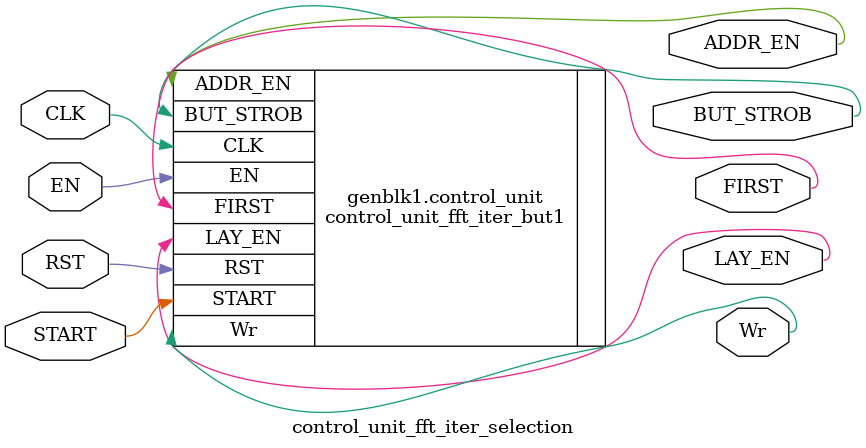
<source format=v>
module control_unit_fft_iter_selection #(
	parameter LAYERS 		= 5,
	parameter BUTTERFLYES 	= 16,
	parameter LayWL 		= 3,
	parameter ButtWL 		= 4,
	parameter BUT_MUL_COUNT = 1
)(
	input 	wire					CLK,
	input 	wire					RST,
	input 	wire					EN,

	input 	wire					START,	

	output 	wire					BUT_STROB,
	output 	wire					LAY_EN,
	output 	wire					ADDR_EN,
	output 	wire					Wr,
	output 	wire					FIRST
);
	generate
		if (BUT_MUL_COUNT == 1) begin
			control_unit_fft_iter_but1 #(
				.LAYERS 	(LAYERS			),
				.BUTTERFLYES(BUTTERFLYES	),
				.LayWL 		(LayWL			),
				.ButtWL 	(ButtWL			))	
			control_unit(
				.CLK		(CLK			),
				.RST		(RST			),
				.EN			(EN				),
				.START		(START			),
				.BUT_STROB	(BUT_STROB		),
				.LAY_EN		(LAY_EN			),
				.ADDR_EN	(ADDR_EN		),
				.Wr			(Wr				),
				.FIRST		(FIRST			));	
		end
		if (BUT_MUL_COUNT == 2) begin
			control_unit_fft_iter_but2 #(
				.LAYERS 	(LAYERS			),
				.BUTTERFLYES(BUTTERFLYES	),
				.LayWL 		(LayWL			),
				.ButtWL 	(ButtWL			))	
			control_unit(
				.CLK		(CLK			),
				.RST		(RST			),
				.EN			(EN				),
				.START		(START			),
				.BUT_STROB	(BUT_STROB		),
				.LAY_EN		(LAY_EN			),
				.ADDR_EN	(ADDR_EN		),
				.Wr			(Wr				),
				.FIRST		(FIRST			));	
		end
		if (BUT_MUL_COUNT == 4) begin
			control_unit_fft_iter_but4 #(
				.LAYERS 	(LAYERS			),
				.BUTTERFLYES(BUTTERFLYES	),
				.LayWL 		(LayWL			),
				.ButtWL 	(ButtWL			))	
			control_unit(
				.CLK		(CLK			),
				.RST		(RST			),
				.EN			(EN				),
				.START		(START			),
				.BUT_STROB	(BUT_STROB		),
				.LAY_EN		(LAY_EN			),
				.ADDR_EN	(ADDR_EN		),
				.Wr			(Wr				),
				.FIRST		(FIRST			));	
		end
		//if (BUT_MUL_COUNT == 0) begin
		//end
	endgenerate




endmodule
</source>
